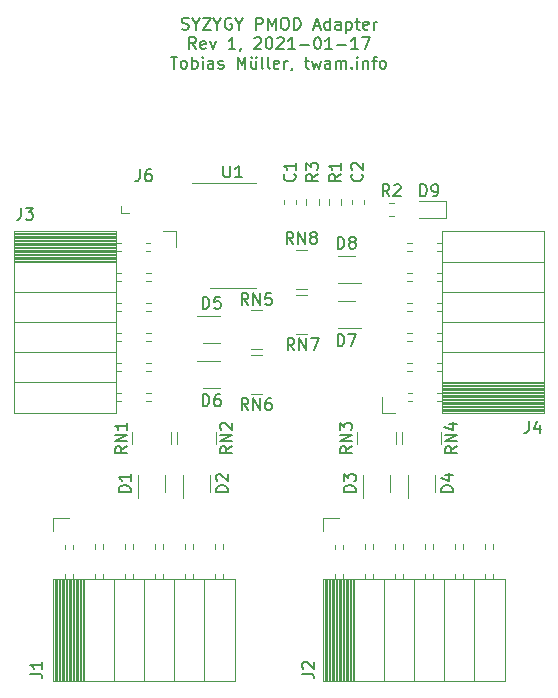
<source format=gbr>
%TF.GenerationSoftware,KiCad,Pcbnew,(5.1.9-0-10_14)*%
%TF.CreationDate,2021-01-17T14:25:06+01:00*%
%TF.ProjectId,SYZYGY-PMOD4,53595a59-4759-42d5-904d-4f44342e6b69,rev?*%
%TF.SameCoordinates,Original*%
%TF.FileFunction,Legend,Top*%
%TF.FilePolarity,Positive*%
%FSLAX46Y46*%
G04 Gerber Fmt 4.6, Leading zero omitted, Abs format (unit mm)*
G04 Created by KiCad (PCBNEW (5.1.9-0-10_14)) date 2021-01-17 14:25:06*
%MOMM*%
%LPD*%
G01*
G04 APERTURE LIST*
%ADD10C,0.150000*%
%ADD11C,0.120000*%
G04 APERTURE END LIST*
D10*
X141785714Y-63754761D02*
X141928571Y-63802380D01*
X142166666Y-63802380D01*
X142261904Y-63754761D01*
X142309523Y-63707142D01*
X142357142Y-63611904D01*
X142357142Y-63516666D01*
X142309523Y-63421428D01*
X142261904Y-63373809D01*
X142166666Y-63326190D01*
X141976190Y-63278571D01*
X141880952Y-63230952D01*
X141833333Y-63183333D01*
X141785714Y-63088095D01*
X141785714Y-62992857D01*
X141833333Y-62897619D01*
X141880952Y-62850000D01*
X141976190Y-62802380D01*
X142214285Y-62802380D01*
X142357142Y-62850000D01*
X142976190Y-63326190D02*
X142976190Y-63802380D01*
X142642857Y-62802380D02*
X142976190Y-63326190D01*
X143309523Y-62802380D01*
X143547619Y-62802380D02*
X144214285Y-62802380D01*
X143547619Y-63802380D01*
X144214285Y-63802380D01*
X144785714Y-63326190D02*
X144785714Y-63802380D01*
X144452380Y-62802380D02*
X144785714Y-63326190D01*
X145119047Y-62802380D01*
X145976190Y-62850000D02*
X145880952Y-62802380D01*
X145738095Y-62802380D01*
X145595238Y-62850000D01*
X145500000Y-62945238D01*
X145452380Y-63040476D01*
X145404761Y-63230952D01*
X145404761Y-63373809D01*
X145452380Y-63564285D01*
X145500000Y-63659523D01*
X145595238Y-63754761D01*
X145738095Y-63802380D01*
X145833333Y-63802380D01*
X145976190Y-63754761D01*
X146023809Y-63707142D01*
X146023809Y-63373809D01*
X145833333Y-63373809D01*
X146642857Y-63326190D02*
X146642857Y-63802380D01*
X146309523Y-62802380D02*
X146642857Y-63326190D01*
X146976190Y-62802380D01*
X148071428Y-63802380D02*
X148071428Y-62802380D01*
X148452380Y-62802380D01*
X148547619Y-62850000D01*
X148595238Y-62897619D01*
X148642857Y-62992857D01*
X148642857Y-63135714D01*
X148595238Y-63230952D01*
X148547619Y-63278571D01*
X148452380Y-63326190D01*
X148071428Y-63326190D01*
X149071428Y-63802380D02*
X149071428Y-62802380D01*
X149404761Y-63516666D01*
X149738095Y-62802380D01*
X149738095Y-63802380D01*
X150404761Y-62802380D02*
X150595238Y-62802380D01*
X150690476Y-62850000D01*
X150785714Y-62945238D01*
X150833333Y-63135714D01*
X150833333Y-63469047D01*
X150785714Y-63659523D01*
X150690476Y-63754761D01*
X150595238Y-63802380D01*
X150404761Y-63802380D01*
X150309523Y-63754761D01*
X150214285Y-63659523D01*
X150166666Y-63469047D01*
X150166666Y-63135714D01*
X150214285Y-62945238D01*
X150309523Y-62850000D01*
X150404761Y-62802380D01*
X151261904Y-63802380D02*
X151261904Y-62802380D01*
X151500000Y-62802380D01*
X151642857Y-62850000D01*
X151738095Y-62945238D01*
X151785714Y-63040476D01*
X151833333Y-63230952D01*
X151833333Y-63373809D01*
X151785714Y-63564285D01*
X151738095Y-63659523D01*
X151642857Y-63754761D01*
X151500000Y-63802380D01*
X151261904Y-63802380D01*
X152976190Y-63516666D02*
X153452380Y-63516666D01*
X152880952Y-63802380D02*
X153214285Y-62802380D01*
X153547619Y-63802380D01*
X154309523Y-63802380D02*
X154309523Y-62802380D01*
X154309523Y-63754761D02*
X154214285Y-63802380D01*
X154023809Y-63802380D01*
X153928571Y-63754761D01*
X153880952Y-63707142D01*
X153833333Y-63611904D01*
X153833333Y-63326190D01*
X153880952Y-63230952D01*
X153928571Y-63183333D01*
X154023809Y-63135714D01*
X154214285Y-63135714D01*
X154309523Y-63183333D01*
X155214285Y-63802380D02*
X155214285Y-63278571D01*
X155166666Y-63183333D01*
X155071428Y-63135714D01*
X154880952Y-63135714D01*
X154785714Y-63183333D01*
X155214285Y-63754761D02*
X155119047Y-63802380D01*
X154880952Y-63802380D01*
X154785714Y-63754761D01*
X154738095Y-63659523D01*
X154738095Y-63564285D01*
X154785714Y-63469047D01*
X154880952Y-63421428D01*
X155119047Y-63421428D01*
X155214285Y-63373809D01*
X155690476Y-63135714D02*
X155690476Y-64135714D01*
X155690476Y-63183333D02*
X155785714Y-63135714D01*
X155976190Y-63135714D01*
X156071428Y-63183333D01*
X156119047Y-63230952D01*
X156166666Y-63326190D01*
X156166666Y-63611904D01*
X156119047Y-63707142D01*
X156071428Y-63754761D01*
X155976190Y-63802380D01*
X155785714Y-63802380D01*
X155690476Y-63754761D01*
X156452380Y-63135714D02*
X156833333Y-63135714D01*
X156595238Y-62802380D02*
X156595238Y-63659523D01*
X156642857Y-63754761D01*
X156738095Y-63802380D01*
X156833333Y-63802380D01*
X157547619Y-63754761D02*
X157452380Y-63802380D01*
X157261904Y-63802380D01*
X157166666Y-63754761D01*
X157119047Y-63659523D01*
X157119047Y-63278571D01*
X157166666Y-63183333D01*
X157261904Y-63135714D01*
X157452380Y-63135714D01*
X157547619Y-63183333D01*
X157595238Y-63278571D01*
X157595238Y-63373809D01*
X157119047Y-63469047D01*
X158023809Y-63802380D02*
X158023809Y-63135714D01*
X158023809Y-63326190D02*
X158071428Y-63230952D01*
X158119047Y-63183333D01*
X158214285Y-63135714D01*
X158309523Y-63135714D01*
X142976190Y-65452380D02*
X142642857Y-64976190D01*
X142404761Y-65452380D02*
X142404761Y-64452380D01*
X142785714Y-64452380D01*
X142880952Y-64500000D01*
X142928571Y-64547619D01*
X142976190Y-64642857D01*
X142976190Y-64785714D01*
X142928571Y-64880952D01*
X142880952Y-64928571D01*
X142785714Y-64976190D01*
X142404761Y-64976190D01*
X143785714Y-65404761D02*
X143690476Y-65452380D01*
X143500000Y-65452380D01*
X143404761Y-65404761D01*
X143357142Y-65309523D01*
X143357142Y-64928571D01*
X143404761Y-64833333D01*
X143500000Y-64785714D01*
X143690476Y-64785714D01*
X143785714Y-64833333D01*
X143833333Y-64928571D01*
X143833333Y-65023809D01*
X143357142Y-65119047D01*
X144166666Y-64785714D02*
X144404761Y-65452380D01*
X144642857Y-64785714D01*
X146309523Y-65452380D02*
X145738095Y-65452380D01*
X146023809Y-65452380D02*
X146023809Y-64452380D01*
X145928571Y-64595238D01*
X145833333Y-64690476D01*
X145738095Y-64738095D01*
X146785714Y-65404761D02*
X146785714Y-65452380D01*
X146738095Y-65547619D01*
X146690476Y-65595238D01*
X147928571Y-64547619D02*
X147976190Y-64500000D01*
X148071428Y-64452380D01*
X148309523Y-64452380D01*
X148404761Y-64500000D01*
X148452380Y-64547619D01*
X148500000Y-64642857D01*
X148500000Y-64738095D01*
X148452380Y-64880952D01*
X147880952Y-65452380D01*
X148500000Y-65452380D01*
X149119047Y-64452380D02*
X149214285Y-64452380D01*
X149309523Y-64500000D01*
X149357142Y-64547619D01*
X149404761Y-64642857D01*
X149452380Y-64833333D01*
X149452380Y-65071428D01*
X149404761Y-65261904D01*
X149357142Y-65357142D01*
X149309523Y-65404761D01*
X149214285Y-65452380D01*
X149119047Y-65452380D01*
X149023809Y-65404761D01*
X148976190Y-65357142D01*
X148928571Y-65261904D01*
X148880952Y-65071428D01*
X148880952Y-64833333D01*
X148928571Y-64642857D01*
X148976190Y-64547619D01*
X149023809Y-64500000D01*
X149119047Y-64452380D01*
X149833333Y-64547619D02*
X149880952Y-64500000D01*
X149976190Y-64452380D01*
X150214285Y-64452380D01*
X150309523Y-64500000D01*
X150357142Y-64547619D01*
X150404761Y-64642857D01*
X150404761Y-64738095D01*
X150357142Y-64880952D01*
X149785714Y-65452380D01*
X150404761Y-65452380D01*
X151357142Y-65452380D02*
X150785714Y-65452380D01*
X151071428Y-65452380D02*
X151071428Y-64452380D01*
X150976190Y-64595238D01*
X150880952Y-64690476D01*
X150785714Y-64738095D01*
X151785714Y-65071428D02*
X152547619Y-65071428D01*
X153214285Y-64452380D02*
X153309523Y-64452380D01*
X153404761Y-64500000D01*
X153452380Y-64547619D01*
X153500000Y-64642857D01*
X153547619Y-64833333D01*
X153547619Y-65071428D01*
X153500000Y-65261904D01*
X153452380Y-65357142D01*
X153404761Y-65404761D01*
X153309523Y-65452380D01*
X153214285Y-65452380D01*
X153119047Y-65404761D01*
X153071428Y-65357142D01*
X153023809Y-65261904D01*
X152976190Y-65071428D01*
X152976190Y-64833333D01*
X153023809Y-64642857D01*
X153071428Y-64547619D01*
X153119047Y-64500000D01*
X153214285Y-64452380D01*
X154500000Y-65452380D02*
X153928571Y-65452380D01*
X154214285Y-65452380D02*
X154214285Y-64452380D01*
X154119047Y-64595238D01*
X154023809Y-64690476D01*
X153928571Y-64738095D01*
X154928571Y-65071428D02*
X155690476Y-65071428D01*
X156690476Y-65452380D02*
X156119047Y-65452380D01*
X156404761Y-65452380D02*
X156404761Y-64452380D01*
X156309523Y-64595238D01*
X156214285Y-64690476D01*
X156119047Y-64738095D01*
X157023809Y-64452380D02*
X157690476Y-64452380D01*
X157261904Y-65452380D01*
X140833333Y-66102380D02*
X141404761Y-66102380D01*
X141119047Y-67102380D02*
X141119047Y-66102380D01*
X141880952Y-67102380D02*
X141785714Y-67054761D01*
X141738095Y-67007142D01*
X141690476Y-66911904D01*
X141690476Y-66626190D01*
X141738095Y-66530952D01*
X141785714Y-66483333D01*
X141880952Y-66435714D01*
X142023809Y-66435714D01*
X142119047Y-66483333D01*
X142166666Y-66530952D01*
X142214285Y-66626190D01*
X142214285Y-66911904D01*
X142166666Y-67007142D01*
X142119047Y-67054761D01*
X142023809Y-67102380D01*
X141880952Y-67102380D01*
X142642857Y-67102380D02*
X142642857Y-66102380D01*
X142642857Y-66483333D02*
X142738095Y-66435714D01*
X142928571Y-66435714D01*
X143023809Y-66483333D01*
X143071428Y-66530952D01*
X143119047Y-66626190D01*
X143119047Y-66911904D01*
X143071428Y-67007142D01*
X143023809Y-67054761D01*
X142928571Y-67102380D01*
X142738095Y-67102380D01*
X142642857Y-67054761D01*
X143547619Y-67102380D02*
X143547619Y-66435714D01*
X143547619Y-66102380D02*
X143500000Y-66150000D01*
X143547619Y-66197619D01*
X143595238Y-66150000D01*
X143547619Y-66102380D01*
X143547619Y-66197619D01*
X144452380Y-67102380D02*
X144452380Y-66578571D01*
X144404761Y-66483333D01*
X144309523Y-66435714D01*
X144119047Y-66435714D01*
X144023809Y-66483333D01*
X144452380Y-67054761D02*
X144357142Y-67102380D01*
X144119047Y-67102380D01*
X144023809Y-67054761D01*
X143976190Y-66959523D01*
X143976190Y-66864285D01*
X144023809Y-66769047D01*
X144119047Y-66721428D01*
X144357142Y-66721428D01*
X144452380Y-66673809D01*
X144880952Y-67054761D02*
X144976190Y-67102380D01*
X145166666Y-67102380D01*
X145261904Y-67054761D01*
X145309523Y-66959523D01*
X145309523Y-66911904D01*
X145261904Y-66816666D01*
X145166666Y-66769047D01*
X145023809Y-66769047D01*
X144928571Y-66721428D01*
X144880952Y-66626190D01*
X144880952Y-66578571D01*
X144928571Y-66483333D01*
X145023809Y-66435714D01*
X145166666Y-66435714D01*
X145261904Y-66483333D01*
X146500000Y-67102380D02*
X146500000Y-66102380D01*
X146833333Y-66816666D01*
X147166666Y-66102380D01*
X147166666Y-67102380D01*
X148071428Y-66435714D02*
X148071428Y-67102380D01*
X147642857Y-66435714D02*
X147642857Y-66959523D01*
X147690476Y-67054761D01*
X147785714Y-67102380D01*
X147928571Y-67102380D01*
X148023809Y-67054761D01*
X148071428Y-67007142D01*
X147690476Y-66102380D02*
X147738095Y-66150000D01*
X147690476Y-66197619D01*
X147642857Y-66150000D01*
X147690476Y-66102380D01*
X147690476Y-66197619D01*
X148071428Y-66102380D02*
X148119047Y-66150000D01*
X148071428Y-66197619D01*
X148023809Y-66150000D01*
X148071428Y-66102380D01*
X148071428Y-66197619D01*
X148690476Y-67102380D02*
X148595238Y-67054761D01*
X148547619Y-66959523D01*
X148547619Y-66102380D01*
X149214285Y-67102380D02*
X149119047Y-67054761D01*
X149071428Y-66959523D01*
X149071428Y-66102380D01*
X149976190Y-67054761D02*
X149880952Y-67102380D01*
X149690476Y-67102380D01*
X149595238Y-67054761D01*
X149547619Y-66959523D01*
X149547619Y-66578571D01*
X149595238Y-66483333D01*
X149690476Y-66435714D01*
X149880952Y-66435714D01*
X149976190Y-66483333D01*
X150023809Y-66578571D01*
X150023809Y-66673809D01*
X149547619Y-66769047D01*
X150452380Y-67102380D02*
X150452380Y-66435714D01*
X150452380Y-66626190D02*
X150499999Y-66530952D01*
X150547619Y-66483333D01*
X150642857Y-66435714D01*
X150738095Y-66435714D01*
X151119047Y-67054761D02*
X151119047Y-67102380D01*
X151071428Y-67197619D01*
X151023809Y-67245238D01*
X152166666Y-66435714D02*
X152547619Y-66435714D01*
X152309523Y-66102380D02*
X152309523Y-66959523D01*
X152357142Y-67054761D01*
X152452380Y-67102380D01*
X152547619Y-67102380D01*
X152785714Y-66435714D02*
X152976190Y-67102380D01*
X153166666Y-66626190D01*
X153357142Y-67102380D01*
X153547619Y-66435714D01*
X154357142Y-67102380D02*
X154357142Y-66578571D01*
X154309523Y-66483333D01*
X154214285Y-66435714D01*
X154023809Y-66435714D01*
X153928571Y-66483333D01*
X154357142Y-67054761D02*
X154261904Y-67102380D01*
X154023809Y-67102380D01*
X153928571Y-67054761D01*
X153880952Y-66959523D01*
X153880952Y-66864285D01*
X153928571Y-66769047D01*
X154023809Y-66721428D01*
X154261904Y-66721428D01*
X154357142Y-66673809D01*
X154833333Y-67102380D02*
X154833333Y-66435714D01*
X154833333Y-66530952D02*
X154880952Y-66483333D01*
X154976190Y-66435714D01*
X155119047Y-66435714D01*
X155214285Y-66483333D01*
X155261904Y-66578571D01*
X155261904Y-67102380D01*
X155261904Y-66578571D02*
X155309523Y-66483333D01*
X155404761Y-66435714D01*
X155547619Y-66435714D01*
X155642857Y-66483333D01*
X155690476Y-66578571D01*
X155690476Y-67102380D01*
X156166666Y-67007142D02*
X156214285Y-67054761D01*
X156166666Y-67102380D01*
X156119047Y-67054761D01*
X156166666Y-67007142D01*
X156166666Y-67102380D01*
X156642857Y-67102380D02*
X156642857Y-66435714D01*
X156642857Y-66102380D02*
X156595238Y-66150000D01*
X156642857Y-66197619D01*
X156690476Y-66150000D01*
X156642857Y-66102380D01*
X156642857Y-66197619D01*
X157119047Y-66435714D02*
X157119047Y-67102380D01*
X157119047Y-66530952D02*
X157166666Y-66483333D01*
X157261904Y-66435714D01*
X157404761Y-66435714D01*
X157499999Y-66483333D01*
X157547619Y-66578571D01*
X157547619Y-67102380D01*
X157880952Y-66435714D02*
X158261904Y-66435714D01*
X158023809Y-67102380D02*
X158023809Y-66245238D01*
X158071428Y-66150000D01*
X158166666Y-66102380D01*
X158261904Y-66102380D01*
X158738095Y-67102380D02*
X158642857Y-67054761D01*
X158595238Y-67007142D01*
X158547619Y-66911904D01*
X158547619Y-66626190D01*
X158595238Y-66530952D01*
X158642857Y-66483333D01*
X158738095Y-66435714D01*
X158880952Y-66435714D01*
X158976190Y-66483333D01*
X159023809Y-66530952D01*
X159071428Y-66626190D01*
X159071428Y-66911904D01*
X159023809Y-67007142D01*
X158976190Y-67054761D01*
X158880952Y-67102380D01*
X158738095Y-67102380D01*
D11*
%TO.C,U1*%
X146125000Y-85702500D02*
X148075000Y-85702500D01*
X146125000Y-85702500D02*
X144175000Y-85702500D01*
X146125000Y-76832500D02*
X148075000Y-76832500D01*
X146125000Y-76832500D02*
X142675000Y-76832500D01*
%TO.C,RN2*%
X141335000Y-98912500D02*
X141335000Y-97912500D01*
X144695000Y-98912500D02*
X144695000Y-97912500D01*
%TO.C,D8*%
X155015000Y-85285000D02*
X156915000Y-85285000D01*
X156415000Y-82965000D02*
X155015000Y-82965000D01*
%TO.C,D7*%
X155015000Y-89095000D02*
X156915000Y-89095000D01*
X156415000Y-86775000D02*
X155015000Y-86775000D01*
%TO.C,D6*%
X144985000Y-91855000D02*
X143085000Y-91855000D01*
X143585000Y-94175000D02*
X144985000Y-94175000D01*
%TO.C,D5*%
X144985000Y-88045000D02*
X143085000Y-88045000D01*
X143585000Y-90365000D02*
X144985000Y-90365000D01*
%TO.C,D4*%
X160905000Y-101522500D02*
X160905000Y-103422500D01*
X163225000Y-102922500D02*
X163225000Y-101522500D01*
%TO.C,D3*%
X157095000Y-101522500D02*
X157095000Y-103422500D01*
X159415000Y-102922500D02*
X159415000Y-101522500D01*
%TO.C,D2*%
X141855000Y-101522500D02*
X141855000Y-103422500D01*
X144175000Y-102922500D02*
X144175000Y-101522500D01*
%TO.C,D1*%
X138045000Y-101522500D02*
X138045000Y-103422500D01*
X140365000Y-102922500D02*
X140365000Y-101522500D01*
%TO.C,RN4*%
X160385000Y-98912500D02*
X160385000Y-97912500D01*
X163745000Y-98912500D02*
X163745000Y-97912500D01*
%TO.C,RN8*%
X152405000Y-85805000D02*
X151405000Y-85805000D01*
X152405000Y-82445000D02*
X151405000Y-82445000D01*
%TO.C,RN7*%
X152405000Y-89615000D02*
X151405000Y-89615000D01*
X152405000Y-86255000D02*
X151405000Y-86255000D01*
%TO.C,RN6*%
X147595000Y-91335000D02*
X148595000Y-91335000D01*
X147595000Y-94695000D02*
X148595000Y-94695000D01*
%TO.C,RN5*%
X147595000Y-87525000D02*
X148595000Y-87525000D01*
X147595000Y-90885000D02*
X148595000Y-90885000D01*
%TO.C,RN3*%
X156575000Y-98912500D02*
X156575000Y-97912500D01*
X159935000Y-98912500D02*
X159935000Y-97912500D01*
%TO.C,RN1*%
X137525000Y-98912500D02*
X137525000Y-97912500D01*
X140885000Y-98912500D02*
X140885000Y-97912500D01*
%TO.C,R3*%
X153380000Y-78172742D02*
X153380000Y-78647258D01*
X152335000Y-78172742D02*
X152335000Y-78647258D01*
%TO.C,R2*%
X159287742Y-78522500D02*
X159762258Y-78522500D01*
X159287742Y-79567500D02*
X159762258Y-79567500D01*
%TO.C,R1*%
X154240000Y-78647258D02*
X154240000Y-78172742D01*
X155285000Y-78647258D02*
X155285000Y-78172742D01*
%TO.C,J6*%
X136665000Y-79362500D02*
X136665000Y-78727500D01*
X137300000Y-79362500D02*
X136665000Y-79362500D01*
%TO.C,J4*%
X172430000Y-96130000D02*
X163800000Y-96130000D01*
X172430000Y-96011905D02*
X163800000Y-96011905D01*
X172430000Y-95893810D02*
X163800000Y-95893810D01*
X172430000Y-95775715D02*
X163800000Y-95775715D01*
X172430000Y-95657620D02*
X163800000Y-95657620D01*
X172430000Y-95539525D02*
X163800000Y-95539525D01*
X172430000Y-95421430D02*
X163800000Y-95421430D01*
X172430000Y-95303335D02*
X163800000Y-95303335D01*
X172430000Y-95185240D02*
X163800000Y-95185240D01*
X172430000Y-95067145D02*
X163800000Y-95067145D01*
X172430000Y-94949050D02*
X163800000Y-94949050D01*
X172430000Y-94830955D02*
X163800000Y-94830955D01*
X172430000Y-94712860D02*
X163800000Y-94712860D01*
X172430000Y-94594765D02*
X163800000Y-94594765D01*
X172430000Y-94476670D02*
X163800000Y-94476670D01*
X172430000Y-94358575D02*
X163800000Y-94358575D01*
X172430000Y-94240480D02*
X163800000Y-94240480D01*
X172430000Y-94122385D02*
X163800000Y-94122385D01*
X172430000Y-94004290D02*
X163800000Y-94004290D01*
X172430000Y-93886195D02*
X163800000Y-93886195D01*
X172430000Y-93768100D02*
X163800000Y-93768100D01*
X163800000Y-95280000D02*
X163390000Y-95280000D01*
X161290000Y-95280000D02*
X160910000Y-95280000D01*
X163800000Y-94560000D02*
X163390000Y-94560000D01*
X161290000Y-94560000D02*
X160910000Y-94560000D01*
X163800000Y-92740000D02*
X163390000Y-92740000D01*
X161290000Y-92740000D02*
X160850000Y-92740000D01*
X163800000Y-92020000D02*
X163390000Y-92020000D01*
X161290000Y-92020000D02*
X160850000Y-92020000D01*
X163800000Y-90200000D02*
X163390000Y-90200000D01*
X161290000Y-90200000D02*
X160850000Y-90200000D01*
X163800000Y-89480000D02*
X163390000Y-89480000D01*
X161290000Y-89480000D02*
X160850000Y-89480000D01*
X163800000Y-87660000D02*
X163390000Y-87660000D01*
X161290000Y-87660000D02*
X160850000Y-87660000D01*
X163800000Y-86940000D02*
X163390000Y-86940000D01*
X161290000Y-86940000D02*
X160850000Y-86940000D01*
X163800000Y-85120000D02*
X163390000Y-85120000D01*
X161290000Y-85120000D02*
X160850000Y-85120000D01*
X163800000Y-84400000D02*
X163390000Y-84400000D01*
X161290000Y-84400000D02*
X160850000Y-84400000D01*
X163800000Y-82580000D02*
X163390000Y-82580000D01*
X161290000Y-82580000D02*
X160850000Y-82580000D01*
X163800000Y-81860000D02*
X163390000Y-81860000D01*
X161290000Y-81860000D02*
X160850000Y-81860000D01*
X172430000Y-93650000D02*
X163800000Y-93650000D01*
X172430000Y-91110000D02*
X163800000Y-91110000D01*
X172430000Y-88570000D02*
X163800000Y-88570000D01*
X172430000Y-86030000D02*
X163800000Y-86030000D01*
X172430000Y-83490000D02*
X163800000Y-83490000D01*
X172430000Y-96250000D02*
X163800000Y-96250000D01*
X163800000Y-96250000D02*
X163800000Y-80890000D01*
X172430000Y-80890000D02*
X163800000Y-80890000D01*
X172430000Y-96250000D02*
X172430000Y-80890000D01*
X158690000Y-96250000D02*
X158690000Y-94920000D01*
X159800000Y-96250000D02*
X158690000Y-96250000D01*
%TO.C,J3*%
X127570000Y-81010000D02*
X136200000Y-81010000D01*
X127570000Y-81128095D02*
X136200000Y-81128095D01*
X127570000Y-81246190D02*
X136200000Y-81246190D01*
X127570000Y-81364285D02*
X136200000Y-81364285D01*
X127570000Y-81482380D02*
X136200000Y-81482380D01*
X127570000Y-81600475D02*
X136200000Y-81600475D01*
X127570000Y-81718570D02*
X136200000Y-81718570D01*
X127570000Y-81836665D02*
X136200000Y-81836665D01*
X127570000Y-81954760D02*
X136200000Y-81954760D01*
X127570000Y-82072855D02*
X136200000Y-82072855D01*
X127570000Y-82190950D02*
X136200000Y-82190950D01*
X127570000Y-82309045D02*
X136200000Y-82309045D01*
X127570000Y-82427140D02*
X136200000Y-82427140D01*
X127570000Y-82545235D02*
X136200000Y-82545235D01*
X127570000Y-82663330D02*
X136200000Y-82663330D01*
X127570000Y-82781425D02*
X136200000Y-82781425D01*
X127570000Y-82899520D02*
X136200000Y-82899520D01*
X127570000Y-83017615D02*
X136200000Y-83017615D01*
X127570000Y-83135710D02*
X136200000Y-83135710D01*
X127570000Y-83253805D02*
X136200000Y-83253805D01*
X127570000Y-83371900D02*
X136200000Y-83371900D01*
X136200000Y-81860000D02*
X136610000Y-81860000D01*
X138710000Y-81860000D02*
X139090000Y-81860000D01*
X136200000Y-82580000D02*
X136610000Y-82580000D01*
X138710000Y-82580000D02*
X139090000Y-82580000D01*
X136200000Y-84400000D02*
X136610000Y-84400000D01*
X138710000Y-84400000D02*
X139150000Y-84400000D01*
X136200000Y-85120000D02*
X136610000Y-85120000D01*
X138710000Y-85120000D02*
X139150000Y-85120000D01*
X136200000Y-86940000D02*
X136610000Y-86940000D01*
X138710000Y-86940000D02*
X139150000Y-86940000D01*
X136200000Y-87660000D02*
X136610000Y-87660000D01*
X138710000Y-87660000D02*
X139150000Y-87660000D01*
X136200000Y-89480000D02*
X136610000Y-89480000D01*
X138710000Y-89480000D02*
X139150000Y-89480000D01*
X136200000Y-90200000D02*
X136610000Y-90200000D01*
X138710000Y-90200000D02*
X139150000Y-90200000D01*
X136200000Y-92020000D02*
X136610000Y-92020000D01*
X138710000Y-92020000D02*
X139150000Y-92020000D01*
X136200000Y-92740000D02*
X136610000Y-92740000D01*
X138710000Y-92740000D02*
X139150000Y-92740000D01*
X136200000Y-94560000D02*
X136610000Y-94560000D01*
X138710000Y-94560000D02*
X139150000Y-94560000D01*
X136200000Y-95280000D02*
X136610000Y-95280000D01*
X138710000Y-95280000D02*
X139150000Y-95280000D01*
X127570000Y-83490000D02*
X136200000Y-83490000D01*
X127570000Y-86030000D02*
X136200000Y-86030000D01*
X127570000Y-88570000D02*
X136200000Y-88570000D01*
X127570000Y-91110000D02*
X136200000Y-91110000D01*
X127570000Y-93650000D02*
X136200000Y-93650000D01*
X127570000Y-80890000D02*
X136200000Y-80890000D01*
X136200000Y-80890000D02*
X136200000Y-96250000D01*
X127570000Y-96250000D02*
X136200000Y-96250000D01*
X127570000Y-80890000D02*
X127570000Y-96250000D01*
X141310000Y-80890000D02*
X141310000Y-82220000D01*
X140200000Y-80890000D02*
X141310000Y-80890000D01*
%TO.C,J2*%
X153870000Y-118930000D02*
X153870000Y-110300000D01*
X153988095Y-118930000D02*
X153988095Y-110300000D01*
X154106190Y-118930000D02*
X154106190Y-110300000D01*
X154224285Y-118930000D02*
X154224285Y-110300000D01*
X154342380Y-118930000D02*
X154342380Y-110300000D01*
X154460475Y-118930000D02*
X154460475Y-110300000D01*
X154578570Y-118930000D02*
X154578570Y-110300000D01*
X154696665Y-118930000D02*
X154696665Y-110300000D01*
X154814760Y-118930000D02*
X154814760Y-110300000D01*
X154932855Y-118930000D02*
X154932855Y-110300000D01*
X155050950Y-118930000D02*
X155050950Y-110300000D01*
X155169045Y-118930000D02*
X155169045Y-110300000D01*
X155287140Y-118930000D02*
X155287140Y-110300000D01*
X155405235Y-118930000D02*
X155405235Y-110300000D01*
X155523330Y-118930000D02*
X155523330Y-110300000D01*
X155641425Y-118930000D02*
X155641425Y-110300000D01*
X155759520Y-118930000D02*
X155759520Y-110300000D01*
X155877615Y-118930000D02*
X155877615Y-110300000D01*
X155995710Y-118930000D02*
X155995710Y-110300000D01*
X156113805Y-118930000D02*
X156113805Y-110300000D01*
X156231900Y-118930000D02*
X156231900Y-110300000D01*
X154720000Y-110300000D02*
X154720000Y-109890000D01*
X154720000Y-107790000D02*
X154720000Y-107410000D01*
X155440000Y-110300000D02*
X155440000Y-109890000D01*
X155440000Y-107790000D02*
X155440000Y-107410000D01*
X157260000Y-110300000D02*
X157260000Y-109890000D01*
X157260000Y-107790000D02*
X157260000Y-107350000D01*
X157980000Y-110300000D02*
X157980000Y-109890000D01*
X157980000Y-107790000D02*
X157980000Y-107350000D01*
X159800000Y-110300000D02*
X159800000Y-109890000D01*
X159800000Y-107790000D02*
X159800000Y-107350000D01*
X160520000Y-110300000D02*
X160520000Y-109890000D01*
X160520000Y-107790000D02*
X160520000Y-107350000D01*
X162340000Y-110300000D02*
X162340000Y-109890000D01*
X162340000Y-107790000D02*
X162340000Y-107350000D01*
X163060000Y-110300000D02*
X163060000Y-109890000D01*
X163060000Y-107790000D02*
X163060000Y-107350000D01*
X164880000Y-110300000D02*
X164880000Y-109890000D01*
X164880000Y-107790000D02*
X164880000Y-107350000D01*
X165600000Y-110300000D02*
X165600000Y-109890000D01*
X165600000Y-107790000D02*
X165600000Y-107350000D01*
X167420000Y-110300000D02*
X167420000Y-109890000D01*
X167420000Y-107790000D02*
X167420000Y-107350000D01*
X168140000Y-110300000D02*
X168140000Y-109890000D01*
X168140000Y-107790000D02*
X168140000Y-107350000D01*
X156350000Y-118930000D02*
X156350000Y-110300000D01*
X158890000Y-118930000D02*
X158890000Y-110300000D01*
X161430000Y-118930000D02*
X161430000Y-110300000D01*
X163970000Y-118930000D02*
X163970000Y-110300000D01*
X166510000Y-118930000D02*
X166510000Y-110300000D01*
X153750000Y-118930000D02*
X153750000Y-110300000D01*
X153750000Y-110300000D02*
X169110000Y-110300000D01*
X169110000Y-118930000D02*
X169110000Y-110300000D01*
X153750000Y-118930000D02*
X169110000Y-118930000D01*
X153750000Y-105190000D02*
X155080000Y-105190000D01*
X153750000Y-106300000D02*
X153750000Y-105190000D01*
%TO.C,J1*%
X131010000Y-118930000D02*
X131010000Y-110300000D01*
X131128095Y-118930000D02*
X131128095Y-110300000D01*
X131246190Y-118930000D02*
X131246190Y-110300000D01*
X131364285Y-118930000D02*
X131364285Y-110300000D01*
X131482380Y-118930000D02*
X131482380Y-110300000D01*
X131600475Y-118930000D02*
X131600475Y-110300000D01*
X131718570Y-118930000D02*
X131718570Y-110300000D01*
X131836665Y-118930000D02*
X131836665Y-110300000D01*
X131954760Y-118930000D02*
X131954760Y-110300000D01*
X132072855Y-118930000D02*
X132072855Y-110300000D01*
X132190950Y-118930000D02*
X132190950Y-110300000D01*
X132309045Y-118930000D02*
X132309045Y-110300000D01*
X132427140Y-118930000D02*
X132427140Y-110300000D01*
X132545235Y-118930000D02*
X132545235Y-110300000D01*
X132663330Y-118930000D02*
X132663330Y-110300000D01*
X132781425Y-118930000D02*
X132781425Y-110300000D01*
X132899520Y-118930000D02*
X132899520Y-110300000D01*
X133017615Y-118930000D02*
X133017615Y-110300000D01*
X133135710Y-118930000D02*
X133135710Y-110300000D01*
X133253805Y-118930000D02*
X133253805Y-110300000D01*
X133371900Y-118930000D02*
X133371900Y-110300000D01*
X131860000Y-110300000D02*
X131860000Y-109890000D01*
X131860000Y-107790000D02*
X131860000Y-107410000D01*
X132580000Y-110300000D02*
X132580000Y-109890000D01*
X132580000Y-107790000D02*
X132580000Y-107410000D01*
X134400000Y-110300000D02*
X134400000Y-109890000D01*
X134400000Y-107790000D02*
X134400000Y-107350000D01*
X135120000Y-110300000D02*
X135120000Y-109890000D01*
X135120000Y-107790000D02*
X135120000Y-107350000D01*
X136940000Y-110300000D02*
X136940000Y-109890000D01*
X136940000Y-107790000D02*
X136940000Y-107350000D01*
X137660000Y-110300000D02*
X137660000Y-109890000D01*
X137660000Y-107790000D02*
X137660000Y-107350000D01*
X139480000Y-110300000D02*
X139480000Y-109890000D01*
X139480000Y-107790000D02*
X139480000Y-107350000D01*
X140200000Y-110300000D02*
X140200000Y-109890000D01*
X140200000Y-107790000D02*
X140200000Y-107350000D01*
X142020000Y-110300000D02*
X142020000Y-109890000D01*
X142020000Y-107790000D02*
X142020000Y-107350000D01*
X142740000Y-110300000D02*
X142740000Y-109890000D01*
X142740000Y-107790000D02*
X142740000Y-107350000D01*
X144560000Y-110300000D02*
X144560000Y-109890000D01*
X144560000Y-107790000D02*
X144560000Y-107350000D01*
X145280000Y-110300000D02*
X145280000Y-109890000D01*
X145280000Y-107790000D02*
X145280000Y-107350000D01*
X133490000Y-118930000D02*
X133490000Y-110300000D01*
X136030000Y-118930000D02*
X136030000Y-110300000D01*
X138570000Y-118930000D02*
X138570000Y-110300000D01*
X141110000Y-118930000D02*
X141110000Y-110300000D01*
X143650000Y-118930000D02*
X143650000Y-110300000D01*
X130890000Y-118930000D02*
X130890000Y-110300000D01*
X130890000Y-110300000D02*
X146250000Y-110300000D01*
X146250000Y-118930000D02*
X146250000Y-110300000D01*
X130890000Y-118930000D02*
X146250000Y-118930000D01*
X130890000Y-105190000D02*
X132220000Y-105190000D01*
X130890000Y-106300000D02*
X130890000Y-105190000D01*
%TO.C,D9*%
X161900000Y-79780000D02*
X164185000Y-79780000D01*
X164185000Y-79780000D02*
X164185000Y-78310000D01*
X164185000Y-78310000D02*
X161900000Y-78310000D01*
%TO.C,C2*%
X157177500Y-78269420D02*
X157177500Y-78550580D01*
X156157500Y-78269420D02*
X156157500Y-78550580D01*
%TO.C,C1*%
X150442500Y-78550580D02*
X150442500Y-78269420D01*
X151462500Y-78550580D02*
X151462500Y-78269420D01*
%TO.C,U1*%
D10*
X145298095Y-75322380D02*
X145298095Y-76131904D01*
X145345714Y-76227142D01*
X145393333Y-76274761D01*
X145488571Y-76322380D01*
X145679047Y-76322380D01*
X145774285Y-76274761D01*
X145821904Y-76227142D01*
X145869523Y-76131904D01*
X145869523Y-75322380D01*
X146869523Y-76322380D02*
X146298095Y-76322380D01*
X146583809Y-76322380D02*
X146583809Y-75322380D01*
X146488571Y-75465238D01*
X146393333Y-75560476D01*
X146298095Y-75608095D01*
%TO.C,RN2*%
X146007380Y-99102976D02*
X145531190Y-99436309D01*
X146007380Y-99674404D02*
X145007380Y-99674404D01*
X145007380Y-99293452D01*
X145055000Y-99198214D01*
X145102619Y-99150595D01*
X145197857Y-99102976D01*
X145340714Y-99102976D01*
X145435952Y-99150595D01*
X145483571Y-99198214D01*
X145531190Y-99293452D01*
X145531190Y-99674404D01*
X146007380Y-98674404D02*
X145007380Y-98674404D01*
X146007380Y-98102976D01*
X145007380Y-98102976D01*
X145102619Y-97674404D02*
X145055000Y-97626785D01*
X145007380Y-97531547D01*
X145007380Y-97293452D01*
X145055000Y-97198214D01*
X145102619Y-97150595D01*
X145197857Y-97102976D01*
X145293095Y-97102976D01*
X145435952Y-97150595D01*
X146007380Y-97722023D01*
X146007380Y-97102976D01*
%TO.C,D8*%
X154976904Y-82354880D02*
X154976904Y-81354880D01*
X155215000Y-81354880D01*
X155357857Y-81402500D01*
X155453095Y-81497738D01*
X155500714Y-81592976D01*
X155548333Y-81783452D01*
X155548333Y-81926309D01*
X155500714Y-82116785D01*
X155453095Y-82212023D01*
X155357857Y-82307261D01*
X155215000Y-82354880D01*
X154976904Y-82354880D01*
X156119761Y-81783452D02*
X156024523Y-81735833D01*
X155976904Y-81688214D01*
X155929285Y-81592976D01*
X155929285Y-81545357D01*
X155976904Y-81450119D01*
X156024523Y-81402500D01*
X156119761Y-81354880D01*
X156310238Y-81354880D01*
X156405476Y-81402500D01*
X156453095Y-81450119D01*
X156500714Y-81545357D01*
X156500714Y-81592976D01*
X156453095Y-81688214D01*
X156405476Y-81735833D01*
X156310238Y-81783452D01*
X156119761Y-81783452D01*
X156024523Y-81831071D01*
X155976904Y-81878690D01*
X155929285Y-81973928D01*
X155929285Y-82164404D01*
X155976904Y-82259642D01*
X156024523Y-82307261D01*
X156119761Y-82354880D01*
X156310238Y-82354880D01*
X156405476Y-82307261D01*
X156453095Y-82259642D01*
X156500714Y-82164404D01*
X156500714Y-81973928D01*
X156453095Y-81878690D01*
X156405476Y-81831071D01*
X156310238Y-81783452D01*
%TO.C,D7*%
X154976904Y-90609880D02*
X154976904Y-89609880D01*
X155215000Y-89609880D01*
X155357857Y-89657500D01*
X155453095Y-89752738D01*
X155500714Y-89847976D01*
X155548333Y-90038452D01*
X155548333Y-90181309D01*
X155500714Y-90371785D01*
X155453095Y-90467023D01*
X155357857Y-90562261D01*
X155215000Y-90609880D01*
X154976904Y-90609880D01*
X155881666Y-89609880D02*
X156548333Y-89609880D01*
X156119761Y-90609880D01*
%TO.C,D6*%
X143546904Y-95689880D02*
X143546904Y-94689880D01*
X143785000Y-94689880D01*
X143927857Y-94737500D01*
X144023095Y-94832738D01*
X144070714Y-94927976D01*
X144118333Y-95118452D01*
X144118333Y-95261309D01*
X144070714Y-95451785D01*
X144023095Y-95547023D01*
X143927857Y-95642261D01*
X143785000Y-95689880D01*
X143546904Y-95689880D01*
X144975476Y-94689880D02*
X144785000Y-94689880D01*
X144689761Y-94737500D01*
X144642142Y-94785119D01*
X144546904Y-94927976D01*
X144499285Y-95118452D01*
X144499285Y-95499404D01*
X144546904Y-95594642D01*
X144594523Y-95642261D01*
X144689761Y-95689880D01*
X144880238Y-95689880D01*
X144975476Y-95642261D01*
X145023095Y-95594642D01*
X145070714Y-95499404D01*
X145070714Y-95261309D01*
X145023095Y-95166071D01*
X144975476Y-95118452D01*
X144880238Y-95070833D01*
X144689761Y-95070833D01*
X144594523Y-95118452D01*
X144546904Y-95166071D01*
X144499285Y-95261309D01*
%TO.C,D5*%
X143546904Y-87434880D02*
X143546904Y-86434880D01*
X143785000Y-86434880D01*
X143927857Y-86482500D01*
X144023095Y-86577738D01*
X144070714Y-86672976D01*
X144118333Y-86863452D01*
X144118333Y-87006309D01*
X144070714Y-87196785D01*
X144023095Y-87292023D01*
X143927857Y-87387261D01*
X143785000Y-87434880D01*
X143546904Y-87434880D01*
X145023095Y-86434880D02*
X144546904Y-86434880D01*
X144499285Y-86911071D01*
X144546904Y-86863452D01*
X144642142Y-86815833D01*
X144880238Y-86815833D01*
X144975476Y-86863452D01*
X145023095Y-86911071D01*
X145070714Y-87006309D01*
X145070714Y-87244404D01*
X145023095Y-87339642D01*
X144975476Y-87387261D01*
X144880238Y-87434880D01*
X144642142Y-87434880D01*
X144546904Y-87387261D01*
X144499285Y-87339642D01*
%TO.C,D4*%
X164739880Y-102960595D02*
X163739880Y-102960595D01*
X163739880Y-102722500D01*
X163787500Y-102579642D01*
X163882738Y-102484404D01*
X163977976Y-102436785D01*
X164168452Y-102389166D01*
X164311309Y-102389166D01*
X164501785Y-102436785D01*
X164597023Y-102484404D01*
X164692261Y-102579642D01*
X164739880Y-102722500D01*
X164739880Y-102960595D01*
X164073214Y-101532023D02*
X164739880Y-101532023D01*
X163692261Y-101770119D02*
X164406547Y-102008214D01*
X164406547Y-101389166D01*
%TO.C,D3*%
X156484880Y-102960595D02*
X155484880Y-102960595D01*
X155484880Y-102722500D01*
X155532500Y-102579642D01*
X155627738Y-102484404D01*
X155722976Y-102436785D01*
X155913452Y-102389166D01*
X156056309Y-102389166D01*
X156246785Y-102436785D01*
X156342023Y-102484404D01*
X156437261Y-102579642D01*
X156484880Y-102722500D01*
X156484880Y-102960595D01*
X155484880Y-102055833D02*
X155484880Y-101436785D01*
X155865833Y-101770119D01*
X155865833Y-101627261D01*
X155913452Y-101532023D01*
X155961071Y-101484404D01*
X156056309Y-101436785D01*
X156294404Y-101436785D01*
X156389642Y-101484404D01*
X156437261Y-101532023D01*
X156484880Y-101627261D01*
X156484880Y-101912976D01*
X156437261Y-102008214D01*
X156389642Y-102055833D01*
%TO.C,D2*%
X145689880Y-102960595D02*
X144689880Y-102960595D01*
X144689880Y-102722500D01*
X144737500Y-102579642D01*
X144832738Y-102484404D01*
X144927976Y-102436785D01*
X145118452Y-102389166D01*
X145261309Y-102389166D01*
X145451785Y-102436785D01*
X145547023Y-102484404D01*
X145642261Y-102579642D01*
X145689880Y-102722500D01*
X145689880Y-102960595D01*
X144785119Y-102008214D02*
X144737500Y-101960595D01*
X144689880Y-101865357D01*
X144689880Y-101627261D01*
X144737500Y-101532023D01*
X144785119Y-101484404D01*
X144880357Y-101436785D01*
X144975595Y-101436785D01*
X145118452Y-101484404D01*
X145689880Y-102055833D01*
X145689880Y-101436785D01*
%TO.C,D1*%
X137434880Y-102960595D02*
X136434880Y-102960595D01*
X136434880Y-102722500D01*
X136482500Y-102579642D01*
X136577738Y-102484404D01*
X136672976Y-102436785D01*
X136863452Y-102389166D01*
X137006309Y-102389166D01*
X137196785Y-102436785D01*
X137292023Y-102484404D01*
X137387261Y-102579642D01*
X137434880Y-102722500D01*
X137434880Y-102960595D01*
X137434880Y-101436785D02*
X137434880Y-102008214D01*
X137434880Y-101722500D02*
X136434880Y-101722500D01*
X136577738Y-101817738D01*
X136672976Y-101912976D01*
X136720595Y-102008214D01*
%TO.C,RN4*%
X165057380Y-99102976D02*
X164581190Y-99436309D01*
X165057380Y-99674404D02*
X164057380Y-99674404D01*
X164057380Y-99293452D01*
X164105000Y-99198214D01*
X164152619Y-99150595D01*
X164247857Y-99102976D01*
X164390714Y-99102976D01*
X164485952Y-99150595D01*
X164533571Y-99198214D01*
X164581190Y-99293452D01*
X164581190Y-99674404D01*
X165057380Y-98674404D02*
X164057380Y-98674404D01*
X165057380Y-98102976D01*
X164057380Y-98102976D01*
X164390714Y-97198214D02*
X165057380Y-97198214D01*
X164009761Y-97436309D02*
X164724047Y-97674404D01*
X164724047Y-97055357D01*
%TO.C,RN8*%
X151214523Y-81952380D02*
X150881190Y-81476190D01*
X150643095Y-81952380D02*
X150643095Y-80952380D01*
X151024047Y-80952380D01*
X151119285Y-81000000D01*
X151166904Y-81047619D01*
X151214523Y-81142857D01*
X151214523Y-81285714D01*
X151166904Y-81380952D01*
X151119285Y-81428571D01*
X151024047Y-81476190D01*
X150643095Y-81476190D01*
X151643095Y-81952380D02*
X151643095Y-80952380D01*
X152214523Y-81952380D01*
X152214523Y-80952380D01*
X152833571Y-81380952D02*
X152738333Y-81333333D01*
X152690714Y-81285714D01*
X152643095Y-81190476D01*
X152643095Y-81142857D01*
X152690714Y-81047619D01*
X152738333Y-81000000D01*
X152833571Y-80952380D01*
X153024047Y-80952380D01*
X153119285Y-81000000D01*
X153166904Y-81047619D01*
X153214523Y-81142857D01*
X153214523Y-81190476D01*
X153166904Y-81285714D01*
X153119285Y-81333333D01*
X153024047Y-81380952D01*
X152833571Y-81380952D01*
X152738333Y-81428571D01*
X152690714Y-81476190D01*
X152643095Y-81571428D01*
X152643095Y-81761904D01*
X152690714Y-81857142D01*
X152738333Y-81904761D01*
X152833571Y-81952380D01*
X153024047Y-81952380D01*
X153119285Y-81904761D01*
X153166904Y-81857142D01*
X153214523Y-81761904D01*
X153214523Y-81571428D01*
X153166904Y-81476190D01*
X153119285Y-81428571D01*
X153024047Y-81380952D01*
%TO.C,RN7*%
X151309523Y-90952380D02*
X150976190Y-90476190D01*
X150738095Y-90952380D02*
X150738095Y-89952380D01*
X151119047Y-89952380D01*
X151214285Y-90000000D01*
X151261904Y-90047619D01*
X151309523Y-90142857D01*
X151309523Y-90285714D01*
X151261904Y-90380952D01*
X151214285Y-90428571D01*
X151119047Y-90476190D01*
X150738095Y-90476190D01*
X151738095Y-90952380D02*
X151738095Y-89952380D01*
X152309523Y-90952380D01*
X152309523Y-89952380D01*
X152690476Y-89952380D02*
X153357142Y-89952380D01*
X152928571Y-90952380D01*
%TO.C,RN6*%
X147404523Y-96007380D02*
X147071190Y-95531190D01*
X146833095Y-96007380D02*
X146833095Y-95007380D01*
X147214047Y-95007380D01*
X147309285Y-95055000D01*
X147356904Y-95102619D01*
X147404523Y-95197857D01*
X147404523Y-95340714D01*
X147356904Y-95435952D01*
X147309285Y-95483571D01*
X147214047Y-95531190D01*
X146833095Y-95531190D01*
X147833095Y-96007380D02*
X147833095Y-95007380D01*
X148404523Y-96007380D01*
X148404523Y-95007380D01*
X149309285Y-95007380D02*
X149118809Y-95007380D01*
X149023571Y-95055000D01*
X148975952Y-95102619D01*
X148880714Y-95245476D01*
X148833095Y-95435952D01*
X148833095Y-95816904D01*
X148880714Y-95912142D01*
X148928333Y-95959761D01*
X149023571Y-96007380D01*
X149214047Y-96007380D01*
X149309285Y-95959761D01*
X149356904Y-95912142D01*
X149404523Y-95816904D01*
X149404523Y-95578809D01*
X149356904Y-95483571D01*
X149309285Y-95435952D01*
X149214047Y-95388333D01*
X149023571Y-95388333D01*
X148928333Y-95435952D01*
X148880714Y-95483571D01*
X148833095Y-95578809D01*
%TO.C,RN5*%
X147404523Y-87117380D02*
X147071190Y-86641190D01*
X146833095Y-87117380D02*
X146833095Y-86117380D01*
X147214047Y-86117380D01*
X147309285Y-86165000D01*
X147356904Y-86212619D01*
X147404523Y-86307857D01*
X147404523Y-86450714D01*
X147356904Y-86545952D01*
X147309285Y-86593571D01*
X147214047Y-86641190D01*
X146833095Y-86641190D01*
X147833095Y-87117380D02*
X147833095Y-86117380D01*
X148404523Y-87117380D01*
X148404523Y-86117380D01*
X149356904Y-86117380D02*
X148880714Y-86117380D01*
X148833095Y-86593571D01*
X148880714Y-86545952D01*
X148975952Y-86498333D01*
X149214047Y-86498333D01*
X149309285Y-86545952D01*
X149356904Y-86593571D01*
X149404523Y-86688809D01*
X149404523Y-86926904D01*
X149356904Y-87022142D01*
X149309285Y-87069761D01*
X149214047Y-87117380D01*
X148975952Y-87117380D01*
X148880714Y-87069761D01*
X148833095Y-87022142D01*
%TO.C,RN3*%
X156167380Y-99102976D02*
X155691190Y-99436309D01*
X156167380Y-99674404D02*
X155167380Y-99674404D01*
X155167380Y-99293452D01*
X155215000Y-99198214D01*
X155262619Y-99150595D01*
X155357857Y-99102976D01*
X155500714Y-99102976D01*
X155595952Y-99150595D01*
X155643571Y-99198214D01*
X155691190Y-99293452D01*
X155691190Y-99674404D01*
X156167380Y-98674404D02*
X155167380Y-98674404D01*
X156167380Y-98102976D01*
X155167380Y-98102976D01*
X155167380Y-97722023D02*
X155167380Y-97102976D01*
X155548333Y-97436309D01*
X155548333Y-97293452D01*
X155595952Y-97198214D01*
X155643571Y-97150595D01*
X155738809Y-97102976D01*
X155976904Y-97102976D01*
X156072142Y-97150595D01*
X156119761Y-97198214D01*
X156167380Y-97293452D01*
X156167380Y-97579166D01*
X156119761Y-97674404D01*
X156072142Y-97722023D01*
%TO.C,RN1*%
X137117380Y-99102976D02*
X136641190Y-99436309D01*
X137117380Y-99674404D02*
X136117380Y-99674404D01*
X136117380Y-99293452D01*
X136165000Y-99198214D01*
X136212619Y-99150595D01*
X136307857Y-99102976D01*
X136450714Y-99102976D01*
X136545952Y-99150595D01*
X136593571Y-99198214D01*
X136641190Y-99293452D01*
X136641190Y-99674404D01*
X137117380Y-98674404D02*
X136117380Y-98674404D01*
X137117380Y-98102976D01*
X136117380Y-98102976D01*
X137117380Y-97102976D02*
X137117380Y-97674404D01*
X137117380Y-97388690D02*
X136117380Y-97388690D01*
X136260238Y-97483928D01*
X136355476Y-97579166D01*
X136403095Y-97674404D01*
%TO.C,R3*%
X153309880Y-76036666D02*
X152833690Y-76370000D01*
X153309880Y-76608095D02*
X152309880Y-76608095D01*
X152309880Y-76227142D01*
X152357500Y-76131904D01*
X152405119Y-76084285D01*
X152500357Y-76036666D01*
X152643214Y-76036666D01*
X152738452Y-76084285D01*
X152786071Y-76131904D01*
X152833690Y-76227142D01*
X152833690Y-76608095D01*
X152309880Y-75703333D02*
X152309880Y-75084285D01*
X152690833Y-75417619D01*
X152690833Y-75274761D01*
X152738452Y-75179523D01*
X152786071Y-75131904D01*
X152881309Y-75084285D01*
X153119404Y-75084285D01*
X153214642Y-75131904D01*
X153262261Y-75179523D01*
X153309880Y-75274761D01*
X153309880Y-75560476D01*
X153262261Y-75655714D01*
X153214642Y-75703333D01*
%TO.C,R2*%
X159358333Y-77909880D02*
X159025000Y-77433690D01*
X158786904Y-77909880D02*
X158786904Y-76909880D01*
X159167857Y-76909880D01*
X159263095Y-76957500D01*
X159310714Y-77005119D01*
X159358333Y-77100357D01*
X159358333Y-77243214D01*
X159310714Y-77338452D01*
X159263095Y-77386071D01*
X159167857Y-77433690D01*
X158786904Y-77433690D01*
X159739285Y-77005119D02*
X159786904Y-76957500D01*
X159882142Y-76909880D01*
X160120238Y-76909880D01*
X160215476Y-76957500D01*
X160263095Y-77005119D01*
X160310714Y-77100357D01*
X160310714Y-77195595D01*
X160263095Y-77338452D01*
X159691666Y-77909880D01*
X160310714Y-77909880D01*
%TO.C,R1*%
X155214880Y-76036666D02*
X154738690Y-76370000D01*
X155214880Y-76608095D02*
X154214880Y-76608095D01*
X154214880Y-76227142D01*
X154262500Y-76131904D01*
X154310119Y-76084285D01*
X154405357Y-76036666D01*
X154548214Y-76036666D01*
X154643452Y-76084285D01*
X154691071Y-76131904D01*
X154738690Y-76227142D01*
X154738690Y-76608095D01*
X155214880Y-75084285D02*
X155214880Y-75655714D01*
X155214880Y-75370000D02*
X154214880Y-75370000D01*
X154357738Y-75465238D01*
X154452976Y-75560476D01*
X154500595Y-75655714D01*
%TO.C,J6*%
X138236666Y-75639880D02*
X138236666Y-76354166D01*
X138189047Y-76497023D01*
X138093809Y-76592261D01*
X137950952Y-76639880D01*
X137855714Y-76639880D01*
X139141428Y-75639880D02*
X138950952Y-75639880D01*
X138855714Y-75687500D01*
X138808095Y-75735119D01*
X138712857Y-75877976D01*
X138665238Y-76068452D01*
X138665238Y-76449404D01*
X138712857Y-76544642D01*
X138760476Y-76592261D01*
X138855714Y-76639880D01*
X139046190Y-76639880D01*
X139141428Y-76592261D01*
X139189047Y-76544642D01*
X139236666Y-76449404D01*
X139236666Y-76211309D01*
X139189047Y-76116071D01*
X139141428Y-76068452D01*
X139046190Y-76020833D01*
X138855714Y-76020833D01*
X138760476Y-76068452D01*
X138712857Y-76116071D01*
X138665238Y-76211309D01*
%TO.C,J4*%
X171166666Y-96952380D02*
X171166666Y-97666666D01*
X171119047Y-97809523D01*
X171023809Y-97904761D01*
X170880952Y-97952380D01*
X170785714Y-97952380D01*
X172071428Y-97285714D02*
X172071428Y-97952380D01*
X171833333Y-96904761D02*
X171595238Y-97619047D01*
X172214285Y-97619047D01*
%TO.C,J3*%
X128166666Y-78902380D02*
X128166666Y-79616666D01*
X128119047Y-79759523D01*
X128023809Y-79854761D01*
X127880952Y-79902380D01*
X127785714Y-79902380D01*
X128547619Y-78902380D02*
X129166666Y-78902380D01*
X128833333Y-79283333D01*
X128976190Y-79283333D01*
X129071428Y-79330952D01*
X129119047Y-79378571D01*
X129166666Y-79473809D01*
X129166666Y-79711904D01*
X129119047Y-79807142D01*
X129071428Y-79854761D01*
X128976190Y-79902380D01*
X128690476Y-79902380D01*
X128595238Y-79854761D01*
X128547619Y-79807142D01*
%TO.C,J2*%
X151952380Y-118333333D02*
X152666666Y-118333333D01*
X152809523Y-118380952D01*
X152904761Y-118476190D01*
X152952380Y-118619047D01*
X152952380Y-118714285D01*
X152047619Y-117904761D02*
X152000000Y-117857142D01*
X151952380Y-117761904D01*
X151952380Y-117523809D01*
X152000000Y-117428571D01*
X152047619Y-117380952D01*
X152142857Y-117333333D01*
X152238095Y-117333333D01*
X152380952Y-117380952D01*
X152952380Y-117952380D01*
X152952380Y-117333333D01*
%TO.C,J1*%
X128952380Y-118333333D02*
X129666666Y-118333333D01*
X129809523Y-118380952D01*
X129904761Y-118476190D01*
X129952380Y-118619047D01*
X129952380Y-118714285D01*
X129952380Y-117333333D02*
X129952380Y-117904761D01*
X129952380Y-117619047D02*
X128952380Y-117619047D01*
X129095238Y-117714285D01*
X129190476Y-117809523D01*
X129238095Y-117904761D01*
%TO.C,D9*%
X161961904Y-77909880D02*
X161961904Y-76909880D01*
X162200000Y-76909880D01*
X162342857Y-76957500D01*
X162438095Y-77052738D01*
X162485714Y-77147976D01*
X162533333Y-77338452D01*
X162533333Y-77481309D01*
X162485714Y-77671785D01*
X162438095Y-77767023D01*
X162342857Y-77862261D01*
X162200000Y-77909880D01*
X161961904Y-77909880D01*
X163009523Y-77909880D02*
X163200000Y-77909880D01*
X163295238Y-77862261D01*
X163342857Y-77814642D01*
X163438095Y-77671785D01*
X163485714Y-77481309D01*
X163485714Y-77100357D01*
X163438095Y-77005119D01*
X163390476Y-76957500D01*
X163295238Y-76909880D01*
X163104761Y-76909880D01*
X163009523Y-76957500D01*
X162961904Y-77005119D01*
X162914285Y-77100357D01*
X162914285Y-77338452D01*
X162961904Y-77433690D01*
X163009523Y-77481309D01*
X163104761Y-77528928D01*
X163295238Y-77528928D01*
X163390476Y-77481309D01*
X163438095Y-77433690D01*
X163485714Y-77338452D01*
%TO.C,C2*%
X157024642Y-76036666D02*
X157072261Y-76084285D01*
X157119880Y-76227142D01*
X157119880Y-76322380D01*
X157072261Y-76465238D01*
X156977023Y-76560476D01*
X156881785Y-76608095D01*
X156691309Y-76655714D01*
X156548452Y-76655714D01*
X156357976Y-76608095D01*
X156262738Y-76560476D01*
X156167500Y-76465238D01*
X156119880Y-76322380D01*
X156119880Y-76227142D01*
X156167500Y-76084285D01*
X156215119Y-76036666D01*
X156215119Y-75655714D02*
X156167500Y-75608095D01*
X156119880Y-75512857D01*
X156119880Y-75274761D01*
X156167500Y-75179523D01*
X156215119Y-75131904D01*
X156310357Y-75084285D01*
X156405595Y-75084285D01*
X156548452Y-75131904D01*
X157119880Y-75703333D01*
X157119880Y-75084285D01*
%TO.C,C1*%
X151309642Y-76036666D02*
X151357261Y-76084285D01*
X151404880Y-76227142D01*
X151404880Y-76322380D01*
X151357261Y-76465238D01*
X151262023Y-76560476D01*
X151166785Y-76608095D01*
X150976309Y-76655714D01*
X150833452Y-76655714D01*
X150642976Y-76608095D01*
X150547738Y-76560476D01*
X150452500Y-76465238D01*
X150404880Y-76322380D01*
X150404880Y-76227142D01*
X150452500Y-76084285D01*
X150500119Y-76036666D01*
X151404880Y-75084285D02*
X151404880Y-75655714D01*
X151404880Y-75370000D02*
X150404880Y-75370000D01*
X150547738Y-75465238D01*
X150642976Y-75560476D01*
X150690595Y-75655714D01*
%TD*%
M02*

</source>
